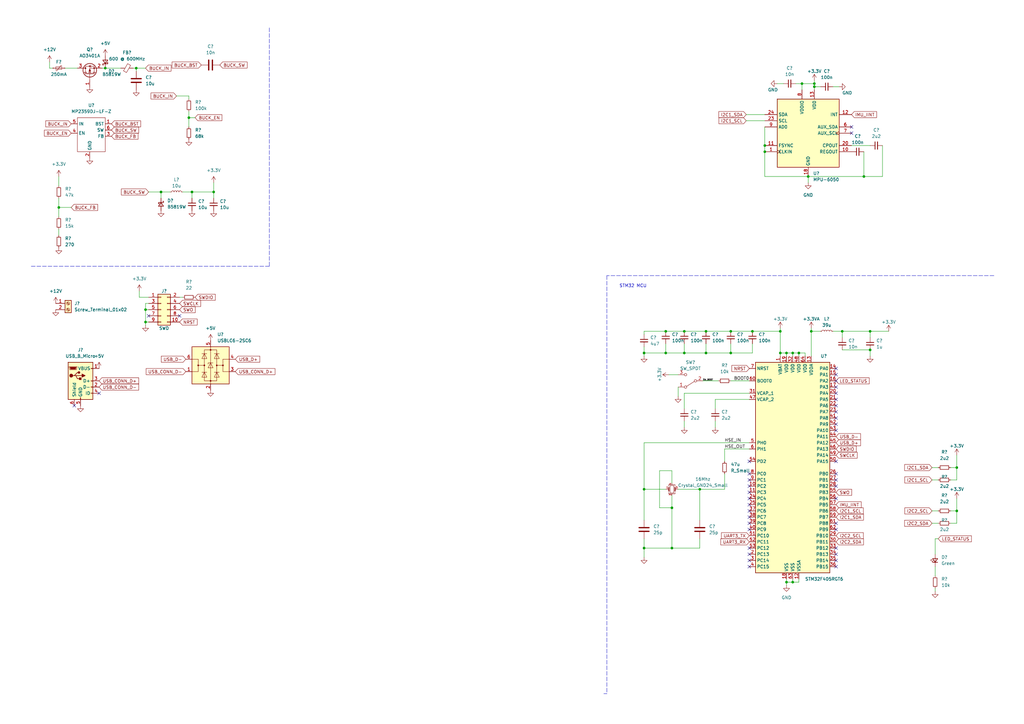
<source format=kicad_sch>
(kicad_sch (version 20211123) (generator eeschema)
  (paper "A3")
  (title_block (title "STM32F4RGT6") (date "2023-07-20") (rev "2.0") (company "Kronos"))
  (lib_symbols
    (symbol "Connector:Screw_Terminal_01x02" (pin_names (offset 1.016) hide)
      (property "Reference" "J" (at 0 2.54 0))
      (property "Value" "Screw_Terminal_01x02" (at 0 -5.08 0))
      (symbol "Screw_Terminal_01x02_1_1"
        (pin passive line (at -5.08 0 0) (length 3.81) (name "Pin_1") (number "1"))
        (pin passive line (at -5.08 -2.54 0) (length 3.81) (name "Pin_2") (number "2"))
      )
    )
    (symbol "Connector:USB_B_Micro" (pin_names (offset 1.016))
      (property "Reference" "J" (at -5.08 11.43 0))
      (property "Value" "USB_B_Micro" (at -5.08 8.89 0))
      (symbol "USB_B_Micro_1_1"
        (pin power_out line (at 7.62 5.08 180) (length 2.54) (name "VBUS") (number "1"))
        (pin bidirectional line (at 7.62 -2.54 180) (length 2.54) (name "D-") (number "2"))
        (pin bidirectional line (at 7.62 0 180) (length 2.54) (name "D+") (number "3"))
        (pin passive line (at 7.62 -5.08 180) (length 2.54) (name "ID") (number "4"))
        (pin power_out line (at 0 -10.16 90) (length 2.54) (name "GND") (number "5"))
        (pin passive line (at -2.54 -10.16 90) (length 2.54) (name "Shield") (number "6"))
      )
    )
    (symbol "Connector_Generic:Conn_02x05_Odd_Even" (pin_names (offset 1.016) hide)
      (property "Reference" "J" (at 1.27 7.62 0))
      (property "Value" "Conn_02x05_Odd_Even" (at 1.27 -7.62 0))
      (symbol "Conn_02x05_Odd_Even_1_1"
        (pin passive line (at -5.08 5.08 0) (length 3.81) (name "Pin_1") (number "1"))
        (pin passive line (at 7.62 -5.08 180) (length 3.81) (name "Pin_10") (number "10"))
        (pin passive line (at 7.62 5.08 180) (length 3.81) (name "Pin_2") (number "2"))
        (pin passive line (at -5.08 2.54 0) (length 3.81) (name "Pin_3") (number "3"))
        (pin passive line (at 7.62 2.54 180) (length 3.81) (name "Pin_4") (number "4"))
        (pin passive line (at -5.08 0 0) (length 3.81) (name "Pin_5") (number "5"))
        (pin passive line (at 7.62 0 180) (length 3.81) (name "Pin_6") (number "6"))
        (pin passive line (at -5.08 -2.54 0) (length 3.81) (name "Pin_7") (number "7"))
        (pin passive line (at 7.62 -2.54 180) (length 3.81) (name "Pin_8") (number "8"))
        (pin passive line (at -5.08 -5.08 0) (length 3.81) (name "Pin_9") (number "9"))
      )
    )
    (symbol "Device:C" (pin_numbers hide) (pin_names (offset 0.254))
      (property "Reference" "C" (at 0.635 2.54 0))
      (property "Value" "C" (at 0.635 -2.54 0))
      (symbol "C_1_1"
        (pin passive line (at 0 3.81 270) (length 2.794) (name "~") (number "1"))
        (pin passive line (at 0 -3.81 90) (length 2.794) (name "~") (number "2"))
      )
    )
    (symbol "Device:C_Small" (pin_numbers hide) (pin_names (offset 0.254) hide)
      (property "Reference" "C" (at 0.254 1.778 0))
      (property "Value" "C_Small" (at 0.254 -2.032 0))
      (symbol "C_Small_1_1"
        (pin passive line (at 0 2.54 270) (length 2.032) (name "~") (number "1"))
        (pin passive line (at 0 -2.54 90) (length 2.032) (name "~") (number "2"))
      )
    )
    (symbol "Device:Crystal_GND24_Small" (pin_names (offset 1.016) hide)
      (property "Reference" "Y" (at 1.27 4.445 0))
      (property "Value" "Crystal_GND24_Small" (at 1.27 2.54 0))
      (symbol "Crystal_GND24_Small_1_1"
        (pin passive line (at -2.54 0 0) (length 1.27) (name "1") (number "1"))
        (pin passive line (at 0 -2.54 90) (length 0.635) (name "2") (number "2"))
        (pin passive line (at 2.54 0 180) (length 1.27) (name "3") (number "3"))
        (pin passive line (at 0 2.54 270) (length 0.635) (name "4") (number "4"))
      )
    )
    (symbol "Device:D_Schottky_Small" (pin_numbers hide) (pin_names (offset 0.254) hide)
      (property "Reference" "D" (at -1.27 2.032 0))
      (property "Value" "D_Schottky_Small" (at -7.112 -2.032 0))
      (symbol "D_Schottky_Small_1_1"
        (pin passive line (at -2.54 0 0) (length 1.778) (name "K") (number "1"))
        (pin passive line (at 2.54 0 180) (length 1.778) (name "A") (number "2"))
      )
    )
    (symbol "Device:FerriteBead_Small" (pin_numbers hide) (pin_names (offset 0))
      (property "Reference" "FB" (at 1.905 1.27 0))
      (property "Value" "FerriteBead_Small" (at 1.905 -1.27 0))
      (symbol "FerriteBead_Small_1_1"
        (pin passive line (at 0 2.54 270) (length 1.27) (name "~") (number "1"))
        (pin passive line (at 0 -2.54 90) (length 1.27) (name "~") (number "2"))
      )
    )
    (symbol "Device:LED_Small" (pin_numbers hide) (pin_names (offset 0.254) hide)
      (property "Reference" "D" (at -1.27 3.175 0))
      (property "Value" "LED_Small" (at -4.445 -2.54 0))
      (symbol "LED_Small_1_1"
        (pin passive line (at -2.54 0 0) (length 1.778) (name "K") (number "1"))
        (pin passive line (at 2.54 0 180) (length 1.778) (name "A") (number "2"))
      )
    )
    (symbol "Device:L_Small" (pin_numbers hide) (pin_names (offset 0.254) hide)
      (property "Reference" "L" (at 0.762 1.016 0))
      (property "Value" "L_Small" (at 0.762 -1.016 0))
      (symbol "L_Small_1_1"
        (pin passive line (at 0 2.54 270) (length 0.508) (name "~") (number "1"))
        (pin passive line (at 0 -2.54 90) (length 0.508) (name "~") (number "2"))
      )
    )
    (symbol "Device:Polyfuse_Small" (pin_numbers hide) (pin_names (offset 0))
      (property "Reference" "F" (at -1.905 0 90))
      (property "Value" "Polyfuse_Small" (at 1.905 0 90))
      (symbol "Polyfuse_Small_1_1"
        (pin passive line (at 0 2.54 270) (length 0.635) (name "~") (number "1"))
        (pin passive line (at 0 -2.54 90) (length 0.635) (name "~") (number "2"))
      )
    )
    (symbol "Device:R_Small" (pin_numbers hide) (pin_names (offset 0.254) hide)
      (property "Reference" "R" (at 0.762 0.508 0))
      (property "Value" "R_Small" (at 0.762 -1.016 0))
      (symbol "R_Small_1_1"
        (pin passive line (at 0 2.54 270) (length 0.762) (name "~") (number "1"))
        (pin passive line (at 0 -2.54 90) (length 0.762) (name "~") (number "2"))
      )
    )
    (symbol "Kronos:MP2359DJ-LF-Z"
      (property "Reference" "U" (at 0 8.89 0))
      (property "Value" "MP2359DJ-LF-Z" (at 1.27 6.35 0))
      (symbol "MP2359DJ-LF-Z_1_1"
        (pin input line (at 8.89 2.54 180) (length 2.54) (name "BST") (number "1"))
        (pin input line (at 0 -11.43 90) (length 2.54) (name "GND") (number "2"))
        (pin input line (at 8.89 -2.54 180) (length 2.54) (name "FB") (number "3"))
        (pin input line (at -7.62 -1.27 0) (length 2.54) (name "EN") (number "4"))
        (pin input line (at -7.62 2.54 0) (length 2.54) (name "IN") (number "5"))
        (pin input line (at 8.89 0 180) (length 2.54) (name "SW") (number "6"))
      )
    )
    (symbol "MCU_ST_STM32F4:STM32F405RGTx"
      (property "Reference" "U" (at -15.24 44.45 0))
      (property "Value" "STM32F405RGTx" (at 10.16 44.45 0))
      (symbol "STM32F405RGTx_1_1"
        (pin power_in line (at -5.08 45.72 270) (length 2.54) (name "VBAT") (number "1"))
        (pin bidirectional line (at -17.78 -7.62 0) (length 2.54) (name "PC2") (number "10"))
        (pin bidirectional line (at -17.78 -10.16 0) (length 2.54) (name "PC3") (number "11"))
        (pin power_in line (at 2.54 -45.72 90) (length 2.54) (name "VSSA") (number "12"))
        (pin power_in line (at 7.62 45.72 270) (length 2.54) (name "VDDA") (number "13"))
        (pin bidirectional line (at 17.78 40.64 180) (length 2.54) (name "PA0") (number "14"))
        (pin bidirectional line (at 17.78 38.1 180) (length 2.54) (name "PA1") (number "15"))
        (pin bidirectional line (at 17.78 35.56 180) (length 2.54) (name "PA2") (number "16"))
        (pin bidirectional line (at 17.78 33.02 180) (length 2.54) (name "PA3") (number "17"))
        (pin power_in line (at -2.54 -45.72 90) (length 2.54) (name "VSS") (number "18"))
        (pin power_in line (at -2.54 45.72 270) (length 2.54) (name "VDD") (number "19"))
        (pin bidirectional line (at -17.78 -35.56 0) (length 2.54) (name "PC13") (number "2"))
        (pin bidirectional line (at 17.78 30.48 180) (length 2.54) (name "PA4") (number "20"))
        (pin bidirectional line (at 17.78 27.94 180) (length 2.54) (name "PA5") (number "21"))
        (pin bidirectional line (at 17.78 25.4 180) (length 2.54) (name "PA6") (number "22"))
        (pin bidirectional line (at 17.78 22.86 180) (length 2.54) (name "PA7") (number "23"))
        (pin bidirectional line (at -17.78 -12.7 0) (length 2.54) (name "PC4") (number "24"))
        (pin bidirectional line (at -17.78 -15.24 0) (length 2.54) (name "PC5") (number "25"))
        (pin bidirectional line (at 17.78 -2.54 180) (length 2.54) (name "PB0") (number "26"))
        (pin bidirectional line (at 17.78 -5.08 180) (length 2.54) (name "PB1") (number "27"))
        (pin bidirectional line (at 17.78 -7.62 180) (length 2.54) (name "PB2") (number "28"))
        (pin bidirectional line (at 17.78 -27.94 180) (length 2.54) (name "PB10") (number "29"))
        (pin bidirectional line (at -17.78 -38.1 0) (length 2.54) (name "PC14") (number "3"))
        (pin bidirectional line (at 17.78 -30.48 180) (length 2.54) (name "PB11") (number "30"))
        (pin power_in line (at -17.78 30.48 0) (length 2.54) (name "VCAP_1") (number "31"))
        (pin power_in line (at 0 45.72 270) (length 2.54) (name "VDD") (number "32"))
        (pin bidirectional line (at 17.78 -33.02 180) (length 2.54) (name "PB12") (number "33"))
        (pin bidirectional line (at 17.78 -35.56 180) (length 2.54) (name "PB13") (number "34"))
        (pin bidirectional line (at 17.78 -38.1 180) (length 2.54) (name "PB14") (number "35"))
        (pin bidirectional line (at 17.78 -40.64 180) (length 2.54) (name "PB15") (number "36"))
        (pin bidirectional line (at -17.78 -17.78 0) (length 2.54) (name "PC6") (number "37"))
        (pin bidirectional line (at -17.78 -20.32 0) (length 2.54) (name "PC7") (number "38"))
        (pin bidirectional line (at -17.78 -22.86 0) (length 2.54) (name "PC8") (number "39"))
        (pin bidirectional line (at -17.78 -40.64 0) (length 2.54) (name "PC15") (number "4"))
        (pin bidirectional line (at -17.78 -25.4 0) (length 2.54) (name "PC9") (number "40"))
        (pin bidirectional line (at 17.78 20.32 180) (length 2.54) (name "PA8") (number "41"))
        (pin bidirectional line (at 17.78 17.78 180) (length 2.54) (name "PA9") (number "42"))
        (pin bidirectional line (at 17.78 15.24 180) (length 2.54) (name "PA10") (number "43"))
        (pin bidirectional line (at 17.78 12.7 180) (length 2.54) (name "PA11") (number "44"))
        (pin bidirectional line (at 17.78 10.16 180) (length 2.54) (name "PA12") (number "45"))
        (pin bidirectional line (at 17.78 7.62 180) (length 2.54) (name "PA13") (number "46"))
        (pin power_in line (at -17.78 27.94 0) (length 2.54) (name "VCAP_2") (number "47"))
        (pin power_in line (at 2.54 45.72 270) (length 2.54) (name "VDD") (number "48"))
        (pin bidirectional line (at 17.78 5.08 180) (length 2.54) (name "PA14") (number "49"))
        (pin input line (at -17.78 10.16 0) (length 2.54) (name "PH0") (number "5"))
        (pin bidirectional line (at 17.78 2.54 180) (length 2.54) (name "PA15") (number "50"))
        (pin bidirectional line (at -17.78 -27.94 0) (length 2.54) (name "PC10") (number "51"))
        (pin bidirectional line (at -17.78 -30.48 0) (length 2.54) (name "PC11") (number "52"))
        (pin bidirectional line (at -17.78 -33.02 0) (length 2.54) (name "PC12") (number "53"))
        (pin bidirectional line (at -17.78 2.54 0) (length 2.54) (name "PD2") (number "54"))
        (pin bidirectional line (at 17.78 -10.16 180) (length 2.54) (name "PB3") (number "55"))
        (pin bidirectional line (at 17.78 -12.7 180) (length 2.54) (name "PB4") (number "56"))
        (pin bidirectional line (at 17.78 -15.24 180) (length 2.54) (name "PB5") (number "57"))
        (pin bidirectional line (at 17.78 -17.78 180) (length 2.54) (name "PB6") (number "58"))
        (pin bidirectional line (at 17.78 -20.32 180) (length 2.54) (name "PB7") (number "59"))
        (pin input line (at -17.78 7.62 0) (length 2.54) (name "PH1") (number "6"))
        (pin input line (at -17.78 35.56 0) (length 2.54) (name "BOOT0") (number "60"))
        (pin bidirectional line (at 17.78 -22.86 180) (length 2.54) (name "PB8") (number "61"))
        (pin bidirectional line (at 17.78 -25.4 180) (length 2.54) (name "PB9") (number "62"))
        (pin power_in line (at 0 -45.72 90) (length 2.54) (name "VSS") (number "63"))
        (pin power_in line (at 5.08 45.72 270) (length 2.54) (name "VDD") (number "64"))
        (pin input line (at -17.78 40.64 0) (length 2.54) (name "NRST") (number "7"))
        (pin bidirectional line (at -17.78 -2.54 0) (length 2.54) (name "PC0") (number "8"))
        (pin bidirectional line (at -17.78 -5.08 0) (length 2.54) (name "PC1") (number "9"))
      )
    )
    (symbol "Power_Protection:USBLC6-2SC6" (pin_names hide)
      (property "Reference" "U" (at 2.54 8.89 0))
      (property "Value" "USBLC6-2SC6" (at 2.54 -8.89 0))
      (symbol "USBLC6-2SC6_1_1"
        (pin passive line (at -10.16 -2.54 0) (length 2.54) (name "I/O1") (number "1"))
        (pin passive line (at 0 -10.16 90) (length 2.54) (name "GND") (number "2"))
        (pin passive line (at 10.16 -2.54 180) (length 2.54) (name "I/O2") (number "3"))
        (pin passive line (at 10.16 2.54 180) (length 2.54) (name "I/O2") (number "4"))
        (pin passive line (at 0 10.16 270) (length 2.54) (name "VBUS") (number "5"))
        (pin passive line (at -10.16 2.54 0) (length 2.54) (name "I/O1") (number "6"))
      )
    )
    (symbol "Sensor_Motion:MPU-6050"
      (property "Reference" "U" (at -11.43 13.97 0))
      (property "Value" "MPU-6050" (at 7.62 -15.24 0))
      (symbol "MPU-6050_0_0"
        (text "" (at 12.7 -2.54 0) (effects (font (size 1.27 1.27))))
      )
      (symbol "MPU-6050_1_1"
        (pin input clock (at -17.78 -7.62 0) (length 5.08) (name "CLKIN") (number "1"))
        (pin passive line (at 17.78 -7.62 180) (length 5.08) (name "REGOUT") (number "10"))
        (pin input line (at -17.78 -5.08 0) (length 5.08) (name "FSYNC") (number "11"))
        (pin output line (at 17.78 7.62 180) (length 5.08) (name "INT") (number "12"))
        (pin power_in line (at 2.54 17.78 270) (length 3.81) (name "VDD") (number "13"))
        (pin no_connect line (at -12.7 -10.16 0) (length 2.54) hide (name "NC") (number "14"))
        (pin no_connect line (at 12.7 12.7 180) (length 2.54) hide (name "NC") (number "15"))
        (pin no_connect line (at 12.7 10.16 180) (length 2.54) hide (name "NC") (number "16"))
        (pin no_connect line (at 12.7 5.08 180) (length 2.54) hide (name "NC") (number "17"))
        (pin power_in line (at 0 -17.78 90) (length 3.81) (name "GND") (number "18"))
        (pin no_connect line (at 12.7 -10.16 180) (length 2.54) hide (name "NC") (number "19"))
        (pin no_connect line (at -12.7 12.7 0) (length 2.54) hide (name "NC") (number "2"))
        (pin passive line (at 17.78 -5.08 180) (length 5.08) (name "CPOUT") (number "20"))
        (pin no_connect line (at 12.7 -2.54 180) (length 2.54) hide (name "NC") (number "21"))
        (pin no_connect line (at 12.7 -12.7 180) (length 2.54) hide (name "NC") (number "22"))
        (pin input line (at -17.78 5.08 0) (length 5.08) (name "SCL") (number "23"))
        (pin bidirectional line (at -17.78 7.62 0) (length 5.08) (name "SDA") (number "24"))
        (pin no_connect line (at -12.7 10.16 0) (length 2.54) hide (name "NC") (number "3"))
        (pin no_connect line (at -12.7 0 0) (length 2.54) hide (name "NC") (number "4"))
        (pin no_connect line (at -12.7 -2.54 0) (length 2.54) hide (name "NC") (number "5"))
        (pin bidirectional line (at 17.78 2.54 180) (length 5.08) (name "AUX_SDA") (number "6"))
        (pin output clock (at 17.78 0 180) (length 5.08) (name "AUX_SCL") (number "7"))
        (pin power_in line (at -2.54 17.78 270) (length 3.81) (name "VDDIO") (number "8"))
        (pin input line (at -17.78 2.54 0) (length 5.08) (name "AD0") (number "9"))
      )
    )
    (symbol "Switch:SW_SPDT" (pin_names (offset 0) hide)
      (property "Reference" "SW" (at 0 4.318 0))
      (property "Value" "SW_SPDT" (at 0 -5.08 0))
      (symbol "SW_SPDT_1_1"
        (pin passive line (at 5.08 2.54 180) (length 2.54) (name "A") (number "1"))
        (pin passive line (at -5.08 0 0) (length 2.54) (name "B") (number "2"))
        (pin passive line (at 5.08 -2.54 180) (length 2.54) (name "C") (number "3"))
      )
    )
    (symbol "Transistor_FET:AO3401A" (pin_names hide)
      (property "Reference" "Q" (at 5.08 1.905 0))
      (property "Value" "AO3401A" (at 5.08 0 0))
      (symbol "AO3401A_1_1"
        (pin input line (at -5.08 0 0) (length 2.54) (name "G") (number "1"))
        (pin passive line (at 2.54 -5.08 90) (length 2.54) (name "S") (number "2"))
        (pin passive line (at 2.54 5.08 270) (length 2.54) (name "D") (number "3"))
      )
    )
    (symbol "power:+12V" (power) (pin_names (offset 0))
      (property "Value" "+12V" (at 0 3.556 0))
      (symbol "+12V_1_1"
        (pin power_in line (at 0 0 90) (length 0) hide (name "+12V") (number "1"))
      )
    )
    (symbol "power:+3.3V" (power) (pin_names (offset 0))
      (property "Value" "+3.3V" (at 0 3.556 0))
      (symbol "+3.3V_1_1"
        (pin power_in line (at 0 0 90) (length 0) hide (name "+3.3V") (number "1"))
      )
    )
    (symbol "power:+3.3VA" (power) (pin_names (offset 0))
      (property "Value" "+3.3VA" (at 0 3.556 0))
      (symbol "+3.3VA_1_1"
        (pin power_in line (at 0 0 90) (length 0) hide (name "+3.3VA") (number "1"))
      )
    )
    (symbol "power:+5V" (power) (pin_names (offset 0))
      (property "Value" "+5V" (at 0 3.556 0))
      (symbol "+5V_1_1"
        (pin power_in line (at 0 0 90) (length 0) hide (name "+5V") (number "1"))
      )
    )
    (symbol "power:GND" (power) (pin_names (offset 0))
      (property "Value" "GND" (at 0 -3.81 0))
      (symbol "GND_1_1"
        (pin power_in line (at 0 0 270) (length 0) hide (name "GND") (number "1"))
      )
    )
  )
  (junction (at 392.43 209.55))
  (junction (at 328.93 34.29))
  (junction (at 43.18 27.94))
  (junction (at 87.63 78.74))
  (junction (at 320.04 144.78))
  (junction (at 289.56 135.89))
  (junction (at 77.47 48.26))
  (junction (at 59.69 132.08))
  (junction (at 24.13 85.09))
  (junction (at 275.59 224.79))
  (junction (at 264.16 224.79))
  (junction (at 345.44 135.89))
  (junction (at 280.67 135.89))
  (junction (at 287.02 200.66))
  (junction (at 392.43 191.77))
  (junction (at 275.59 208.28))
  (junction (at 313.69 59.69))
  (junction (at 66.04 78.74))
  (junction (at 308.61 135.89))
  (junction (at 325.12 144.78))
  (junction (at 356.87 143.51))
  (junction (at 332.74 135.89))
  (junction (at 325.12 238.76))
  (junction (at 334.01 35.56))
  (junction (at 55.88 27.94))
  (junction (at 320.04 135.89))
  (junction (at 334.01 34.29))
  (junction (at 299.72 144.78))
  (junction (at 273.05 135.89))
  (junction (at 354.33 72.39))
  (junction (at 322.58 144.78))
  (junction (at 59.69 127))
  (junction (at 289.56 144.78))
  (junction (at 264.16 200.66))
  (junction (at 313.69 62.23))
  (junction (at 331.47 72.39))
  (junction (at 322.58 238.76))
  (junction (at 273.05 144.78))
  (junction (at 280.67 144.78))
  (junction (at 299.72 135.89))
  (junction (at 78.74 78.74))
  (junction (at 264.16 144.78))
  (junction (at 327.66 144.78))
  (junction (at 356.87 135.89))
  (no_connect (at 342.9 156.21))
  (no_connect (at 342.9 161.29))
  (no_connect (at 307.34 196.85))
  (no_connect (at 60.96 129.54))
  (no_connect (at 307.34 201.93))
  (no_connect (at 342.9 153.67))
  (no_connect (at 342.9 173.99))
  (no_connect (at 73.66 129.54))
  (no_connect (at 30.48 166.37))
  (no_connect (at 307.34 209.55))
  (no_connect (at 342.9 196.85))
  (no_connect (at 342.9 232.41))
  (no_connect (at 342.9 229.87))
  (no_connect (at 342.9 204.47))
  (no_connect (at 342.9 214.63))
  (no_connect (at 342.9 217.17))
  (no_connect (at 342.9 224.79))
  (no_connect (at 342.9 227.33))
  (no_connect (at 307.34 189.23))
  (no_connect (at 307.34 217.17))
  (no_connect (at 342.9 166.37))
  (no_connect (at 342.9 194.31))
  (no_connect (at 349.25 52.07))
  (no_connect (at 349.25 54.61))
  (no_connect (at 342.9 168.91))
  (no_connect (at 342.9 176.53))
  (no_connect (at 40.64 161.29))
  (no_connect (at 342.9 189.23))
  (no_connect (at 307.34 199.39))
  (no_connect (at 342.9 158.75))
  (no_connect (at 307.34 207.01))
  (no_connect (at 307.34 194.31))
  (no_connect (at 342.9 163.83))
  (no_connect (at 307.34 212.09))
  (no_connect (at 342.9 151.13))
  (no_connect (at 307.34 204.47))
  (no_connect (at 307.34 229.87))
  (no_connect (at 307.34 232.41))
  (no_connect (at 307.34 227.33))
  (no_connect (at 307.34 224.79))
  (no_connect (at 307.34 214.63))
  (no_connect (at 342.9 171.45))
  (no_connect (at 342.9 199.39))
  (wire (pts (xy 43.18 27.94) (xy 49.53 27.94)))
  (wire (pts (xy 325.12 144.78) (xy 325.12 146.05)))
  (wire (pts (xy 287.02 200.66) (xy 287.02 213.36)))
  (wire (pts (xy 383.54 241.3) (xy 383.54 242.57)))
  (wire (pts (xy 264.16 220.98) (xy 264.16 224.79)))
  (wire (pts (xy 297.18 184.15) (xy 307.34 184.15)))
  (wire (pts (xy 361.95 72.39) (xy 354.33 72.39)))
  (wire (pts (xy 345.44 135.89) (xy 356.87 135.89)))
  (polyline (pts (xy 110.49 109.22) (xy 12.7 109.22)))
  (wire (pts (xy 78.74 78.74) (xy 78.74 81.28)))
  (wire (pts (xy 24.13 85.09) (xy 24.13 88.9)))
  (wire (pts (xy 55.88 27.94) (xy 55.88 29.21)))
  (wire (pts (xy 383.54 220.98) (xy 383.54 227.33)))
  (wire (pts (xy 297.18 194.31) (xy 297.18 200.66)))
  (wire (pts (xy 87.63 74.93) (xy 87.63 78.74)))
  (wire (pts (xy 325.12 238.76) (xy 327.66 238.76)))
  (wire (pts (xy 59.69 124.46) (xy 59.69 127)))
  (wire (pts (xy 389.89 209.55) (xy 392.43 209.55)))
  (wire (pts (xy 280.67 135.89) (xy 289.56 135.89)))
  (wire (pts (xy 345.44 143.51) (xy 356.87 143.51)))
  (wire (pts (xy 273.05 140.97) (xy 273.05 144.78)))
  (wire (pts (xy 73.66 121.92) (xy 74.93 121.92)))
  (wire (pts (xy 289.56 144.78) (xy 299.72 144.78)))
  (wire (pts (xy 275.59 203.2) (xy 275.59 208.28)))
  (wire (pts (xy 308.61 135.89) (xy 320.04 135.89)))
  (polyline (pts (xy 248.92 113.03) (xy 248.92 284.48)))
  (wire (pts (xy 264.16 224.79) (xy 264.16 228.6)))
  (wire (pts (xy 77.47 48.26) (xy 80.01 48.26)))
  (wire (pts (xy 389.89 196.85) (xy 392.43 196.85)))
  (wire (pts (xy 392.43 209.55) (xy 392.43 204.47)))
  (wire (pts (xy 382.27 191.77) (xy 384.81 191.77)))
  (wire (pts (xy 297.18 184.15) (xy 297.18 189.23)))
  (wire (pts (xy 264.16 135.89) (xy 273.05 135.89)))
  (wire (pts (xy 322.58 238.76) (xy 322.58 240.03)))
  (wire (pts (xy 299.72 144.78) (xy 308.61 144.78)))
  (wire (pts (xy 306.07 46.99) (xy 313.69 46.99)))
  (wire (pts (xy 264.16 135.89) (xy 264.16 137.16)))
  (wire (pts (xy 264.16 144.78) (xy 264.16 146.05)))
  (wire (pts (xy 66.04 78.74) (xy 69.85 78.74)))
  (wire (pts (xy 326.39 34.29) (xy 328.93 34.29)))
  (wire (pts (xy 273.05 144.78) (xy 280.67 144.78)))
  (wire (pts (xy 313.69 52.07) (xy 313.69 59.69)))
  (wire (pts (xy 275.59 208.28) (xy 275.59 224.79)))
  (wire (pts (xy 307.34 161.29) (xy 280.67 161.29)))
  (wire (pts (xy 334.01 33.02) (xy 334.01 34.29)))
  (wire (pts (xy 57.15 121.92) (xy 57.15 119.38)))
  (wire (pts (xy 383.54 232.41) (xy 383.54 236.22)))
  (wire (pts (xy 77.47 39.37) (xy 77.47 40.64)))
  (wire (pts (xy 328.93 34.29) (xy 328.93 36.83)))
  (wire (pts (xy 270.51 193.04) (xy 270.51 208.28)))
  (wire (pts (xy 293.37 167.64) (xy 293.37 163.83)))
  (wire (pts (xy 334.01 34.29) (xy 334.01 35.56)))
  (wire (pts (xy 384.81 220.98) (xy 383.54 220.98)))
  (wire (pts (xy 320.04 144.78) (xy 322.58 144.78)))
  (wire (pts (xy 54.61 27.94) (xy 55.88 27.94)))
  (wire (pts (xy 41.91 27.94) (xy 43.18 27.94)))
  (wire (pts (xy 313.69 72.39) (xy 331.47 72.39)))
  (polyline (pts (xy 407.67 113.03) (xy 248.92 113.03)))
  (wire (pts (xy 392.43 214.63) (xy 392.43 209.55)))
  (wire (pts (xy 87.63 78.74) (xy 78.74 78.74)))
  (wire (pts (xy 354.33 72.39) (xy 331.47 72.39)))
  (wire (pts (xy 334.01 35.56) (xy 334.01 36.83)))
  (wire (pts (xy 389.89 191.77) (xy 392.43 191.77)))
  (wire (pts (xy 293.37 163.83) (xy 307.34 163.83)))
  (wire (pts (xy 288.29 156.21) (xy 294.64 156.21)))
  (wire (pts (xy 382.27 196.85) (xy 384.81 196.85)))
  (wire (pts (xy 280.67 140.97) (xy 280.67 144.78)))
  (wire (pts (xy 327.66 238.76) (xy 327.66 237.49)))
  (wire (pts (xy 361.95 59.69) (xy 361.95 72.39)))
  (wire (pts (xy 59.69 127) (xy 60.96 127)))
  (wire (pts (xy 356.87 135.89) (xy 364.49 135.89)))
  (wire (pts (xy 264.16 224.79) (xy 275.59 224.79)))
  (wire (pts (xy 293.37 172.72) (xy 293.37 175.26)))
  (wire (pts (xy 274.32 153.67) (xy 278.13 153.67)))
  (wire (pts (xy 341.63 135.89) (xy 345.44 135.89)))
  (wire (pts (xy 278.13 158.75) (xy 278.13 162.56)))
  (wire (pts (xy 334.01 35.56) (xy 336.55 35.56)))
  (wire (pts (xy 273.05 135.89) (xy 280.67 135.89)))
  (wire (pts (xy 24.13 85.09) (xy 29.21 85.09)))
  (wire (pts (xy 313.69 62.23) (xy 313.69 72.39)))
  (wire (pts (xy 330.2 144.78) (xy 330.2 146.05)))
  (wire (pts (xy 20.32 25.4) (xy 20.32 27.94)))
  (wire (pts (xy 308.61 140.97) (xy 308.61 144.78)))
  (wire (pts (xy 325.12 144.78) (xy 327.66 144.78)))
  (wire (pts (xy 60.96 124.46) (xy 59.69 124.46)))
  (wire (pts (xy 354.33 62.23) (xy 354.33 72.39)))
  (wire (pts (xy 264.16 200.66) (xy 264.16 213.36)))
  (wire (pts (xy 325.12 237.49) (xy 325.12 238.76)))
  (wire (pts (xy 382.27 209.55) (xy 384.81 209.55)))
  (wire (pts (xy 289.56 140.97) (xy 289.56 144.78)))
  (wire (pts (xy 287.02 224.79) (xy 287.02 220.98)))
  (wire (pts (xy 332.74 134.62) (xy 332.74 135.89)))
  (wire (pts (xy 313.69 59.69) (xy 313.69 62.23)))
  (wire (pts (xy 322.58 144.78) (xy 322.58 146.05)))
  (wire (pts (xy 322.58 144.78) (xy 325.12 144.78)))
  (wire (pts (xy 328.93 34.29) (xy 334.01 34.29)))
  (wire (pts (xy 356.87 135.89) (xy 356.87 138.43)))
  (wire (pts (xy 77.47 45.72) (xy 77.47 48.26)))
  (wire (pts (xy 332.74 135.89) (xy 332.74 146.05)))
  (wire (pts (xy 72.39 39.37) (xy 77.47 39.37)))
  (wire (pts (xy 392.43 196.85) (xy 392.43 191.77)))
  (wire (pts (xy 297.18 200.66) (xy 287.02 200.66)))
  (polyline (pts (xy 110.49 11.43) (xy 110.49 109.22)))
  (wire (pts (xy 331.47 72.39) (xy 331.47 74.93)))
  (wire (pts (xy 66.04 78.74) (xy 66.04 81.28)))
  (wire (pts (xy 87.63 81.28) (xy 87.63 78.74)))
  (wire (pts (xy 280.67 161.29) (xy 280.67 167.64)))
  (wire (pts (xy 59.69 127) (xy 59.69 132.08)))
  (wire (pts (xy 341.63 35.56) (xy 344.17 35.56)))
  (wire (pts (xy 264.16 144.78) (xy 273.05 144.78)))
  (wire (pts (xy 280.67 172.72) (xy 280.67 175.26)))
  (wire (pts (xy 392.43 191.77) (xy 392.43 186.69)))
  (wire (pts (xy 278.13 200.66) (xy 287.02 200.66)))
  (wire (pts (xy 24.13 81.28) (xy 24.13 85.09)))
  (wire (pts (xy 382.27 214.63) (xy 384.81 214.63)))
  (wire (pts (xy 275.59 193.04) (xy 270.51 193.04)))
  (wire (pts (xy 264.16 181.61) (xy 307.34 181.61)))
  (wire (pts (xy 356.87 143.51) (xy 356.87 146.05)))
  (wire (pts (xy 77.47 48.26) (xy 77.47 52.07)))
  (wire (pts (xy 74.93 78.74) (xy 78.74 78.74)))
  (wire (pts (xy 264.16 200.66) (xy 273.05 200.66)))
  (wire (pts (xy 264.16 142.24) (xy 264.16 144.78)))
  (wire (pts (xy 322.58 238.76) (xy 325.12 238.76)))
  (wire (pts (xy 264.16 181.61) (xy 264.16 200.66)))
  (polyline (pts (xy 247.65 284.48) (xy 248.92 284.48)))
  (wire (pts (xy 306.07 49.53) (xy 313.69 49.53)))
  (wire (pts (xy 59.69 132.08) (xy 59.69 133.35)))
  (wire (pts (xy 60.96 78.74) (xy 66.04 78.74)))
  (wire (pts (xy 332.74 135.89) (xy 336.55 135.89)))
  (wire (pts (xy 299.72 140.97) (xy 299.72 144.78)))
  (wire (pts (xy 318.77 34.29) (xy 321.31 34.29)))
  (wire (pts (xy 327.66 144.78) (xy 327.66 146.05)))
  (wire (pts (xy 320.04 135.89) (xy 320.04 144.78)))
  (wire (pts (xy 280.67 144.78) (xy 289.56 144.78)))
  (wire (pts (xy 345.44 135.89) (xy 345.44 138.43)))
  (wire (pts (xy 24.13 72.39) (xy 24.13 76.2)))
  (wire (pts (xy 289.56 135.89) (xy 299.72 135.89)))
  (wire (pts (xy 275.59 224.79) (xy 287.02 224.79)))
  (wire (pts (xy 299.72 135.89) (xy 308.61 135.89)))
  (wire (pts (xy 26.67 27.94) (xy 31.75 27.94)))
  (wire (pts (xy 20.32 27.94) (xy 21.59 27.94)))
  (wire (pts (xy 55.88 27.94) (xy 59.69 27.94)))
  (wire (pts (xy 299.72 156.21) (xy 307.34 156.21)))
  (wire (pts (xy 59.69 132.08) (xy 60.96 132.08)))
  (wire (pts (xy 60.96 121.92) (xy 57.15 121.92)))
  (wire (pts (xy 322.58 237.49) (xy 322.58 238.76)))
  (wire (pts (xy 389.89 214.63) (xy 392.43 214.63)))
  (wire (pts (xy 320.04 134.62) (xy 320.04 135.89)))
  (wire (pts (xy 327.66 144.78) (xy 330.2 144.78)))
  (wire (pts (xy 24.13 93.98) (xy 24.13 96.52)))
  (wire (pts (xy 320.04 144.78) (xy 320.04 146.05)))
  (wire (pts (xy 270.51 208.28) (xy 275.59 208.28)))
  (wire (pts (xy 275.59 193.04) (xy 275.59 198.12)))
  (wire (pts (xy 349.25 59.69) (xy 356.87 59.69)))
  (text "STM32 MCU" (at 254 118.11 0) (effects (font (size 1.27 1.27)) (justify left bottom)))
  (label "SW_BOOT" (at 288.29 156.21 0) (effects (font (size 0.6 0.6))))
  (label "HSE_IN" (at 297.18 181.61 0))
  (label "BOOT0" (at 300.99 156.21 0))
  (label "HSE_OUT" (at 297.18 184.15 0))
  (global_label "SWCLK" (shape input) (at 73.66 124.46 0) (property "Intersheet References" "${INTERSHEET_REFS}" (effects hide)))
  (global_label "NRST" (shape input) (at 73.66 132.08 0) (property "Intersheet References" "${INTERSHEET_REFS}" (effects hide)))
  (global_label "I2C2_SCL" (shape input) (at 342.9 219.71 0) (property "Intersheet References" "${INTERSHEET_REFS}" (effects hide)))
  (global_label "USB_CONN_D+" (shape input) (at 40.64 156.21 0) (property "Intersheet References" "${INTERSHEET_REFS}" (effects hide)))
  (global_label "I2C2_SCL" (shape input) (at 382.27 209.55 180) (property "Intersheet References" "${INTERSHEET_REFS}" (effects hide)))
  (global_label "BUCK_FB" (shape input) (at 29.21 85.09 0) (property "Intersheet References" "${INTERSHEET_REFS}" (effects hide)))
  (global_label "BUCK_IN" (shape input) (at 59.69 27.94 0) (property "Intersheet References" "${INTERSHEET_REFS}" (effects hide)))
  (global_label "BUCK_SW" (shape input) (at 60.96 78.74 180) (property "Intersheet References" "${INTERSHEET_REFS}" (effects hide)))
  (global_label "SWDIO" (shape input) (at 80.01 121.92 0) (property "Intersheet References" "${INTERSHEET_REFS}" (effects hide)))
  (global_label "BUCK_EN" (shape input) (at 80.01 48.26 0) (property "Intersheet References" "${INTERSHEET_REFS}" (effects hide)))
  (global_label "UART3_RX" (shape input) (at 307.34 222.25 180) (property "Intersheet References" "${INTERSHEET_REFS}" (effects hide)))
  (global_label "I2C2_SDA" (shape input) (at 382.27 214.63 180) (property "Intersheet References" "${INTERSHEET_REFS}" (effects hide)))
  (global_label "I2C1_SCL" (shape input) (at 342.9 209.55 0) (property "Intersheet References" "${INTERSHEET_REFS}" (effects hide)))
  (global_label "NRST" (shape input) (at 307.34 151.13 180) (property "Intersheet References" "${INTERSHEET_REFS}" (effects hide)))
  (global_label "SWO" (shape input) (at 73.66 127 0) (property "Intersheet References" "${INTERSHEET_REFS}" (effects hide)))
  (global_label "BUCK_EN" (shape input) (at 29.21 54.61 180) (property "Intersheet References" "${INTERSHEET_REFS}" (effects hide)))
  (global_label "USB_CONN_D+" (shape input) (at 96.52 152.4 0) (property "Intersheet References" "${INTERSHEET_REFS}" (effects hide)))
  (global_label "BUCK_IN" (shape input) (at 29.21 50.8 180) (property "Intersheet References" "${INTERSHEET_REFS}" (effects hide)))
  (global_label "I2C2_SDA" (shape input) (at 342.9 222.25 0) (property "Intersheet References" "${INTERSHEET_REFS}" (effects hide)))
  (global_label "IMU_IINT" (shape input) (at 349.25 46.99 0) (property "Intersheet References" "${INTERSHEET_REFS}" (effects hide)))
  (global_label "I2C1_SDA" (shape input) (at 382.27 191.77 180) (property "Intersheet References" "${INTERSHEET_REFS}" (effects hide)))
  (global_label "I2C1_SCL" (shape input) (at 306.07 49.53 180) (property "Intersheet References" "${INTERSHEET_REFS}" (effects hide)))
  (global_label "SWCLK" (shape input) (at 342.9 186.69 0) (property "Intersheet References" "${INTERSHEET_REFS}" (effects hide)))
  (global_label "USB_D-" (shape input) (at 342.9 179.07 0) (property "Intersheet References" "${INTERSHEET_REFS}" (effects hide)))
  (global_label "BUCK_BST" (shape input) (at 45.72 50.8 0) (property "Intersheet References" "${INTERSHEET_REFS}" (effects hide)))
  (global_label "I2C1_SDA" (shape input) (at 306.07 46.99 180) (property "Intersheet References" "${INTERSHEET_REFS}" (effects hide)))
  (global_label "LED_STATUS" (shape input) (at 342.9 156.21 0) (property "Intersheet References" "${INTERSHEET_REFS}" (effects hide)))
  (global_label "USB_CONN_D-" (shape input) (at 76.2 152.4 180) (property "Intersheet References" "${INTERSHEET_REFS}" (effects hide)))
  (global_label "BUCK_BST" (shape input) (at 82.55 26.67 180) (property "Intersheet References" "${INTERSHEET_REFS}" (effects hide)))
  (global_label "BUCK_FB" (shape input) (at 45.72 55.88 0) (property "Intersheet References" "${INTERSHEET_REFS}" (effects hide)))
  (global_label "UART3_TX" (shape input) (at 307.34 219.71 180) (property "Intersheet References" "${INTERSHEET_REFS}" (effects hide)))
  (global_label "USB_D+" (shape input) (at 96.52 147.32 0) (property "Intersheet References" "${INTERSHEET_REFS}" (effects hide)))
  (global_label "I2C1_SDA" (shape input) (at 342.9 212.09 0) (property "Intersheet References" "${INTERSHEET_REFS}" (effects hide)))
  (global_label "USB_D+" (shape input) (at 342.9 181.61 0) (property "Intersheet References" "${INTERSHEET_REFS}" (effects hide)))
  (global_label "SWDIO" (shape input) (at 342.9 184.15 0) (property "Intersheet References" "${INTERSHEET_REFS}" (effects hide)))
  (global_label "I2C1_SCL" (shape input) (at 382.27 196.85 180) (property "Intersheet References" "${INTERSHEET_REFS}" (effects hide)))
  (global_label "BUCK_SW" (shape input) (at 45.72 53.34 0) (property "Intersheet References" "${INTERSHEET_REFS}" (effects hide)))
  (global_label "USB_D-" (shape input) (at 76.2 147.32 180) (property "Intersheet References" "${INTERSHEET_REFS}" (effects hide)))
  (global_label "BUCK_SW" (shape input) (at 90.17 26.67 0) (property "Intersheet References" "${INTERSHEET_REFS}" (effects hide)))
  (global_label "USB_CONN_D-" (shape input) (at 40.64 158.75 0) (property "Intersheet References" "${INTERSHEET_REFS}" (effects hide)))
  (global_label "BUCK_IN" (shape input) (at 72.39 39.37 180) (property "Intersheet References" "${INTERSHEET_REFS}" (effects hide)))
  (global_label "IMU_IINT" (shape input) (at 342.9 207.01 0) (property "Intersheet References" "${INTERSHEET_REFS}" (effects hide)))
  (global_label "LED_STATUS" (shape input) (at 384.81 220.98 0) (property "Intersheet References" "${INTERSHEET_REFS}" (effects hide)))
  (global_label "SWO" (shape input) (at 342.9 201.93 0) (property "Intersheet References" "${INTERSHEET_REFS}" (effects hide)))
  (symbol (lib_id "power:GND") (at 293.37 175.26 0) (unit 1)
    (property "Reference" "#PWR?" (effects hide))
    (property "Value" "GND" (effects hide))
  )
  (symbol (lib_id "power:+3.3V") (at 87.63 74.93 0) (unit 1)
    (property "Reference" "#PWR?" (effects hide))
    (property "Value" "+3.3V" (at 87.63 69.85 0))
  )
  (symbol (lib_id "Switch:SW_SPDT") (at 283.21 156.21 180) (unit 1)
    (property "Reference" "SW?" (at 283.21 148.59 0))
    (property "Value" "SW_SPDT" (at 283.21 151.13 0))
  )
  (symbol (lib_id "power:GND") (at 383.54 242.57 0) (unit 1)
    (property "Reference" "#PWR?" (effects hide))
    (property "Value" "GND" (effects hide))
  )
  (symbol (lib_id "Device:C_Small") (at 351.79 62.23 90) (unit 1)
    (property "Reference" "C?" (at 351.7963 55.88 90))
    (property "Value" "100n" (at 351.7963 58.42 90))
  )
  (symbol (lib_id "power:+5V") (at 40.64 151.13 0) (unit 1)
    (property "Reference" "#PWR?" (effects hide))
    (property "Value" "+5V" (at 40.64 146.05 0))
  )
  (symbol (lib_id "power:GND") (at 86.36 160.02 0) (unit 1)
    (property "Reference" "#PWR?" (effects hide))
    (property "Value" "GND" (effects hide))
  )
  (symbol (lib_id "Connector_Generic:Conn_02x05_Odd_Even") (at 66.04 127 0) (unit 1)
    (property "Reference" "J?" (at 67.31 119.38 0))
    (property "Value" "SWD" (at 67.31 134.62 0))
  )
  (symbol (lib_id "Connector:Screw_Terminal_01x02") (at 27.94 124.46 0) (unit 1)
    (property "Reference" "J?" (at 30.48 124.4599 0) (effects (justify left)))
    (property "Value" "Screw_Terminal_01x02" (at 30.48 126.9999 0) (effects (justify left)))
  )
  (symbol (lib_id "power:GND") (at 318.77 34.29 270) (unit 1)
    (property "Reference" "#PWR?" (effects hide))
    (property "Value" "GND" (at 314.96 36.83 90) (effects (justify left)))
  )
  (symbol (lib_id "power:+3.3V") (at 57.15 119.38 0) (unit 1)
    (property "Reference" "#PWR?" (effects hide))
    (property "Value" "+3.3V" (at 57.15 114.3 0))
  )
  (symbol (lib_id "Device:R_Small") (at 24.13 91.44 0) (unit 1)
    (property "Reference" "R?" (at 26.67 90.1699 0) (effects (justify left)))
    (property "Value" "15k" (at 26.67 92.7099 0) (effects (justify left)))
  )
  (symbol (lib_id "power:GND") (at 264.16 228.6 0) (unit 1)
    (property "Reference" "#PWR?" (effects hide))
    (property "Value" "GND" (effects hide))
  )
  (symbol (lib_id "Device:C_Small") (at 264.16 139.7 0) (unit 1)
    (property "Reference" "C?" (at 266.7 138.4362 0) (effects (justify left)))
    (property "Value" "4u7" (at 266.7 140.9762 0) (effects (justify left)))
  )
  (symbol (lib_id "Device:D_Schottky_Small") (at 43.18 25.4 90) (unit 1)
    (property "Reference" "D?" (at 44.45 29.21 90) (effects (justify right)))
    (property "Value" "B5819W" (at 41.91 30.48 90) (effects (justify right)))
  )
  (symbol (lib_id "power:GND") (at 24.13 101.6 0) (unit 1)
    (property "Reference" "#PWR?" (effects hide))
    (property "Value" "GND" (effects hide))
  )
  (symbol (lib_id "Device:C_Small") (at 273.05 138.43 0) (unit 1)
    (property "Reference" "C?" (at 275.59 137.1662 0) (effects (justify left)))
    (property "Value" "100n" (at 275.59 139.7062 0) (effects (justify left)))
  )
  (symbol (lib_id "Device:LED_Small") (at 383.54 229.87 90) (unit 1)
    (property "Reference" "D?" (at 386.08 228.5364 90) (effects (justify right)))
    (property "Value" "Green" (at 386.08 231.0764 90) (effects (justify right)))
  )
  (symbol (lib_id "Kronos:MP2359DJ-LF-Z") (at 36.83 53.34 0) (unit 1)
    (property "Reference" "U?" (at 37.465 43.18 0))
    (property "Value" "MP2359DJ-LF-Z" (at 37.465 45.72 0))
  )
  (symbol (lib_id "power:+5V") (at 43.18 22.86 0) (unit 1)
    (property "Reference" "#PWR?" (effects hide))
    (property "Value" "+5V" (at 43.18 17.78 0))
  )
  (symbol (lib_id "Device:D_Schottky_Small") (at 66.04 83.82 270) (unit 1)
    (property "Reference" "D?" (at 68.58 82.2959 90) (effects (justify left)))
    (property "Value" "B5819W" (at 68.58 84.8359 90) (effects (justify left)))
  )
  (symbol (lib_id "power:+3.3V") (at 334.01 33.02 0) (unit 1)
    (property "Reference" "#PWR?" (effects hide))
    (property "Value" "+3.3V" (at 334.01 29.21 0))
  )
  (symbol (lib_id "Device:C_Small") (at 323.85 34.29 90) (unit 1)
    (property "Reference" "C?" (at 323.8563 27.94 90))
    (property "Value" "10n" (at 323.8563 30.48 90))
  )
  (symbol (lib_id "Device:C_Small") (at 280.67 170.18 0) (unit 1)
    (property "Reference" "C?" (at 283.21 168.9162 0) (effects (justify left)))
    (property "Value" "2u2" (at 283.21 171.4562 0) (effects (justify left)))
  )
  (symbol (lib_id "Device:C") (at 55.88 33.02 0) (unit 1)
    (property "Reference" "C?" (at 59.69 31.7499 0) (effects (justify left)))
    (property "Value" "10u" (at 59.69 34.2899 0) (effects (justify left)))
  )
  (symbol (lib_id "power:GND") (at 87.63 86.36 0) (unit 1)
    (property "Reference" "#PWR?" (effects hide))
    (property "Value" "GND" (effects hide))
  )
  (symbol (lib_id "Device:C_Small") (at 87.63 83.82 0) (unit 1)
    (property "Reference" "C?" (at 90.17 82.5562 0) (effects (justify left)))
    (property "Value" "10u" (at 90.17 85.0962 0) (effects (justify left)))
  )
  (symbol (lib_id "Connector:USB_B_Micro") (at 33.02 156.21 0) (unit 1)
    (property "Reference" "J?" (at 33.02 143.51 0))
    (property "Value" "USB_B_Micro" (at 33.02 146.05 0))
  )
  (symbol (lib_id "power:GND") (at 344.17 35.56 90) (unit 1)
    (property "Reference" "#PWR?" (effects hide))
    (property "Value" "GND" (at 345.44 38.1 90) (effects (justify right)))
  )
  (symbol (lib_id "power:+12V") (at 22.86 124.46 0) (unit 1)
    (property "Reference" "#PWR?" (effects hide))
    (property "Value" "+12V" (at 22.86 119.38 0))
  )
  (symbol (lib_id "power:+3.3V") (at 392.43 204.47 0) (unit 1)
    (property "Reference" "#PWR?" (effects hide))
    (property "Value" "+3.3V" (at 392.43 200.66 0))
  )
  (symbol (lib_id "Device:R_Small") (at 297.18 156.21 90) (unit 1)
    (property "Reference" "R?" (at 297.18 149.86 90))
    (property "Value" "10k" (at 297.18 152.4 90))
  )
  (symbol (lib_id "Device:C_Small") (at 345.44 140.97 0) (unit 1)
    (property "Reference" "C?" (at 347.98 139.7062 0) (effects (justify left)))
    (property "Value" "10n" (at 347.98 142.2462 0) (effects (justify left)))
  )
  (symbol (lib_id "power:GND") (at 278.13 162.56 0) (unit 1)
    (property "Reference" "#PWR?" (effects hide))
    (property "Value" "GND" (effects hide))
  )
  (symbol (lib_id "Device:R_Small") (at 77.47 54.61 0) (unit 1)
    (property "Reference" "R?" (at 80.01 53.3399 0) (effects (justify left)))
    (property "Value" "68k" (at 80.01 55.8799 0) (effects (justify left)))
  )
  (symbol (lib_id "power:+3.3V") (at 364.49 135.89 0) (unit 1)
    (property "Reference" "#PWR?" (effects hide))
    (property "Value" "+3.3V" (at 364.49 132.08 0))
  )
  (symbol (lib_id "Device:R_Small") (at 77.47 43.18 0) (unit 1)
    (property "Reference" "R?" (at 80.01 41.9099 0) (effects (justify left)))
    (property "Value" "100k" (at 80.01 44.4499 0) (effects (justify left)))
  )
  (symbol (lib_id "power:GND") (at 55.88 36.83 0) (unit 1)
    (property "Reference" "#PWR?" (effects hide))
    (property "Value" "GND" (effects hide))
  )
  (symbol (lib_id "power:GND") (at 66.04 86.36 0) (unit 1)
    (property "Reference" "#PWR?" (effects hide))
    (property "Value" "GND" (effects hide))
  )
  (symbol (lib_id "Device:C_Small") (at 289.56 138.43 0) (unit 1)
    (property "Reference" "C?" (at 292.1 137.1662 0) (effects (justify left)))
    (property "Value" "100n" (at 292.1 139.7062 0) (effects (justify left)))
  )
  (symbol (lib_id "Device:C_Small") (at 280.67 138.43 0) (unit 1)
    (property "Reference" "C?" (at 283.21 137.1662 0) (effects (justify left)))
    (property "Value" "100n" (at 283.21 139.7062 0) (effects (justify left)))
  )
  (symbol (lib_id "power:GND") (at 331.47 74.93 0) (unit 1)
    (property "Reference" "#PWR?" (effects hide))
    (property "Value" "GND" (at 331.47 80.01 0))
  )
  (symbol (lib_id "power:+3.3V") (at 320.04 134.62 0) (unit 1)
    (property "Reference" "#PWR?" (effects hide))
    (property "Value" "+3.3V" (at 320.04 130.81 0))
  )
  (symbol (lib_id "Device:C_Small") (at 308.61 138.43 0) (unit 1)
    (property "Reference" "C?" (at 311.15 137.1662 0) (effects (justify left)))
    (property "Value" "100n" (at 311.15 139.7062 0) (effects (justify left)))
  )
  (symbol (lib_id "Power_Protection:USBLC6-2SC6") (at 86.36 149.86 0) (unit 1)
    (property "Reference" "U?" (at 89.1287 137.16 0) (effects (justify left)))
    (property "Value" "USBLC6-2SC6" (at 89.1287 139.7 0) (effects (justify left)))
    (property "Footprint" "Package_TO_SOT_SMD:SOT-23-6" (effects hide))
    (property "Datasheet" "https://www.st.com/resource/en/datasheet/usblc6-2.pdf" (effects hide))
  )
  (symbol (lib_id "Device:R_Small") (at 387.35 191.77 90) (unit 1)
    (property "Reference" "R?" (at 387.35 185.42 90))
    (property "Value" "2u2" (at 387.35 187.96 90))
  )
  (symbol (lib_id "power:GND") (at 356.87 146.05 0) (unit 1)
    (property "Reference" "#PWR?" (effects hide))
    (property "Value" "GND" (effects hide))
  )
  (symbol (lib_id "Device:C_Small") (at 339.09 35.56 90) (unit 1)
    (property "Reference" "C?" (at 339.0963 29.21 90))
    (property "Value" "100n" (at 339.0963 31.75 90))
  )
  (symbol (lib_id "power:GND") (at 78.74 86.36 0) (unit 1)
    (property "Reference" "#PWR?" (effects hide))
    (property "Value" "GND" (effects hide))
  )
  (symbol (lib_id "Device:R_Small") (at 24.13 99.06 0) (unit 1)
    (property "Reference" "R?" (at 26.67 97.7899 0) (effects (justify left)))
    (property "Value" "270" (at 26.67 100.3299 0) (effects (justify left)))
  )
  (symbol (lib_id "power:GND") (at 33.02 166.37 0) (unit 1)
    (property "Reference" "#PWR?" (effects hide))
    (property "Value" "GND" (effects hide))
  )
  (symbol (lib_id "Device:FerriteBead_Small") (at 52.07 27.94 270) (unit 1)
    (property "Reference" "FB?" (at 52.1081 21.59 90))
    (property "Value" "600 @ 600MHz" (at 52.1081 24.13 90))
  )
  (symbol (lib_id "Device:C") (at 264.16 217.17 0) (unit 1)
    (property "Reference" "C?" (at 267.97 215.8999 0) (effects (justify left)))
    (property "Value" "25p" (at 267.97 218.4399 0) (effects (justify left)))
  )
  (symbol (lib_id "power:+12V") (at 20.32 25.4 0) (unit 1)
    (property "Reference" "#PWR?" (effects hide))
    (property "Value" "+12V" (at 20.32 20.32 0))
  )
  (symbol (lib_id "Device:Crystal_GND24_Small") (at 275.59 200.66 0) (unit 1)
    (property "Reference" "16Mhz" (at 288.29 196.5198 0))
    (property "Value" "Crystal_GND24_Small" (at 288.29 199.0598 0))
  )
  (symbol (lib_id "Device:C_Small") (at 299.72 138.43 0) (unit 1)
    (property "Reference" "C?" (at 302.26 137.1662 0) (effects (justify left)))
    (property "Value" "100n" (at 302.26 139.7062 0) (effects (justify left)))
  )
  (symbol (lib_id "Device:C") (at 287.02 217.17 0) (unit 1)
    (property "Reference" "C?" (at 290.83 215.8999 0) (effects (justify left)))
    (property "Value" "25p" (at 290.83 218.4399 0) (effects (justify left)))
  )
  (symbol (lib_id "power:+5V") (at 86.36 139.7 0) (unit 1)
    (property "Reference" "#PWR?" (effects hide))
    (property "Value" "+5V" (at 86.36 134.62 0))
  )
  (symbol (lib_id "power:GND") (at 36.83 35.56 0) (unit 1)
    (property "Reference" "#PWR?" (effects hide))
    (property "Value" "GND" (effects hide))
  )
  (symbol (lib_id "power:+3.3V") (at 274.32 153.67 90) (unit 1)
    (property "Reference" "#PWR?" (effects hide))
    (property "Value" "+3.3V" (at 270.51 153.67 0))
  )
  (symbol (lib_id "Device:R_Small") (at 77.47 121.92 270) (unit 1)
    (property "Reference" "R?" (at 77.47 115.57 90))
    (property "Value" "22" (at 77.47 118.11 90))
  )
  (symbol (lib_id "Device:C_Small") (at 293.37 170.18 0) (unit 1)
    (property "Reference" "C?" (at 295.91 168.9162 0) (effects (justify left)))
    (property "Value" "2u2" (at 295.91 171.4562 0) (effects (justify left)))
  )
  (symbol (lib_id "power:GND") (at 77.47 57.15 0) (unit 1)
    (property "Reference" "#PWR?" (effects hide))
    (property "Value" "GND" (effects hide))
  )
  (symbol (lib_id "Device:C_Small") (at 359.41 59.69 90) (unit 1)
    (property "Reference" "C?" (at 359.4163 53.34 90))
    (property "Value" "2u2" (at 359.4163 55.88 90))
  )
  (symbol (lib_id "Device:R_Small") (at 24.13 78.74 0) (unit 1)
    (property "Reference" "R?" (at 26.67 77.4699 0) (effects (justify left)))
    (property "Value" "47k" (at 26.67 80.0099 0) (effects (justify left)))
  )
  (symbol (lib_id "power:GND") (at 280.67 175.26 0) (unit 1)
    (property "Reference" "#PWR?" (effects hide))
    (property "Value" "GND" (effects hide))
  )
  (symbol (lib_id "Device:L_Small") (at 72.39 78.74 90) (unit 1)
    (property "Reference" "L?" (at 72.39 73.66 90))
    (property "Value" "10u" (at 72.39 76.2 90))
  )
  (symbol (lib_id "Device:C") (at 86.36 26.67 90) (unit 1)
    (property "Reference" "C?" (at 86.36 19.05 90))
    (property "Value" "10n" (at 86.36 21.59 90))
  )
  (symbol (lib_id "Device:R_Small") (at 387.35 209.55 90) (unit 1)
    (property "Reference" "R?" (at 387.35 203.2 90))
    (property "Value" "2u2" (at 387.35 205.74 90))
  )
  (symbol (lib_id "power:GND") (at 322.58 240.03 0) (unit 1)
    (property "Reference" "#PWR?" (effects hide))
    (property "Value" "GND" (at 322.58 245.11 0))
  )
  (symbol (lib_id "Transistor_FET:AO3401A") (at 36.83 30.48 90) (unit 1)
    (property "Reference" "Q?" (at 36.83 20.32 90))
    (property "Value" "AO3401A" (at 36.83 22.86 90))
    (property "Footprint" "Package_TO_SOT_SMD:SOT-23" (effects hide))
    (property "Datasheet" "http://www.aosmd.com/pdfs/datasheet/AO3401A.pdf" (effects hide))
  )
  (symbol (lib_id "Sensor_Motion:MPU-6050") (at 331.47 54.61 0) (unit 1)
    (property "Reference" "U?" (at 333.4894 71.12 0) (effects (justify left)))
    (property "Value" "MPU-6050" (at 333.4894 73.66 0) (effects (justify left)))
    (property "Footprint" "Sensor_Motion:InvenSense_QFN-24_4x4mm_P0.5mm" (effects hide))
    (property "Datasheet" "https://store.invensense.com/datasheets/invensense/MPU-6050_DataSheet_V3%204.pdf" (effects hide))
  )
  (symbol (lib_id "Device:R_Small") (at 387.35 214.63 90) (unit 1)
    (property "Reference" "R?" (at 387.35 213.36 90))
    (property "Value" "2u2" (at 387.35 217.17 90))
  )
  (symbol (lib_id "Device:C_Small") (at 356.87 140.97 0) (unit 1)
    (property "Reference" "C?" (at 359.41 139.7062 0) (effects (justify left)))
    (property "Value" "1u" (at 359.41 142.2462 0) (effects (justify left)))
  )
  (symbol (lib_id "Device:R_Small") (at 383.54 238.76 0) (unit 1)
    (property "Reference" "R?" (at 386.08 237.4899 0) (effects (justify left)))
    (property "Value" "10k" (at 386.08 240.0299 0) (effects (justify left)))
  )
  (symbol (lib_id "power:GND") (at 22.86 127 0) (unit 1)
    (property "Reference" "#PWR?" (effects hide))
    (property "Value" "GND" (effects hide))
  )
  (symbol (lib_id "power:GND") (at 59.69 133.35 0) (unit 1)
    (property "Reference" "#PWR?" (effects hide))
    (property "Value" "GND" (effects hide))
  )
  (symbol (lib_id "Device:L_Small") (at 339.09 135.89 90) (unit 1)
    (property "Reference" "L?" (at 339.09 130.81 90))
    (property "Value" "39u" (at 339.09 133.35 90))
  )
  (symbol (lib_id "power:+3.3V") (at 392.43 186.69 0) (unit 1)
    (property "Reference" "#PWR?" (effects hide))
    (property "Value" "+3.3V" (at 392.43 182.88 0))
  )
  (symbol (lib_id "power:+3.3V") (at 24.13 72.39 0) (unit 1)
    (property "Reference" "#PWR?" (effects hide))
    (property "Value" "+3.3V" (at 24.13 67.31 0))
  )
  (symbol (lib_id "power:+3.3VA") (at 332.74 134.62 0) (unit 1)
    (property "Reference" "#PWR?" (effects hide))
    (property "Value" "+3.3VA" (at 332.74 130.81 0))
  )
  (symbol (lib_id "MCU_ST_STM32F4:STM32F405RGTx") (at 325.12 191.77 0) (unit 1)
    (property "Reference" "U?" (at 336.55 146.05 0) (effects (justify left)))
    (property "Value" "STM32F405RGT6" (at 330.2 237.49 0) (effects (justify left)))
    (property "Footprint" "Package_QFP:LQFP-64_10x10mm_P0.5mm" (effects hide))
    (property "Datasheet" "http://www.st.com/st-web-ui/static/active/en/resource/technical/document/datasheet/DM00037051.pdf" (effects hide))
  )
  (symbol (lib_id "Device:R_Small") (at 297.18 191.77 180) (unit 1)
    (property "Reference" "47u" (at 299.72 190.4999 0) (effects (justify right)))
    (property "Value" "R_Small" (at 299.72 193.0399 0) (effects (justify right)))
  )
  (symbol (lib_id "Device:R_Small") (at 387.35 196.85 90) (unit 1)
    (property "Reference" "R?" (at 387.35 195.58 90))
    (property "Value" "2u2" (at 387.35 199.39 90))
  )
  (symbol (lib_id "power:GND") (at 264.16 146.05 0) (unit 1)
    (property "Reference" "#PWR?" (effects hide))
    (property "Value" "GND" (effects hide))
  )
  (symbol (lib_id "Device:Polyfuse_Small") (at 24.13 27.94 90) (unit 1)
    (property "Reference" "F?" (at 24.13 25.4 90))
    (property "Value" "250mA" (at 24.13 30.48 90))
  )
  (symbol (lib_id "power:GND") (at 36.83 64.77 0) (unit 1)
    (property "Reference" "#PWR?" (effects hide))
    (property "Value" "GND" (effects hide))
  )
  (symbol (lib_id "Device:C_Small") (at 78.74 83.82 0) (unit 1)
    (property "Reference" "C?" (at 81.28 82.5562 0) (effects (justify left)))
    (property "Value" "10u" (at 81.28 85.0962 0) (effects (justify left)))
  )
)
</source>
